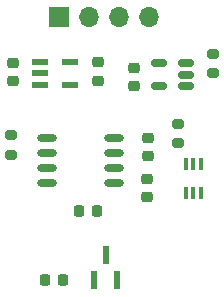
<source format=gbr>
G04 #@! TF.GenerationSoftware,KiCad,Pcbnew,8.0.1*
G04 #@! TF.CreationDate,2025-02-25T23:30:01-07:00*
G04 #@! TF.ProjectId,Temperature_Flex,54656d70-6572-4617-9475-72655f466c65,rev?*
G04 #@! TF.SameCoordinates,Original*
G04 #@! TF.FileFunction,Soldermask,Top*
G04 #@! TF.FilePolarity,Negative*
%FSLAX46Y46*%
G04 Gerber Fmt 4.6, Leading zero omitted, Abs format (unit mm)*
G04 Created by KiCad (PCBNEW 8.0.1) date 2025-02-25 23:30:01*
%MOMM*%
%LPD*%
G01*
G04 APERTURE LIST*
G04 Aperture macros list*
%AMRoundRect*
0 Rectangle with rounded corners*
0 $1 Rounding radius*
0 $2 $3 $4 $5 $6 $7 $8 $9 X,Y pos of 4 corners*
0 Add a 4 corners polygon primitive as box body*
4,1,4,$2,$3,$4,$5,$6,$7,$8,$9,$2,$3,0*
0 Add four circle primitives for the rounded corners*
1,1,$1+$1,$2,$3*
1,1,$1+$1,$4,$5*
1,1,$1+$1,$6,$7*
1,1,$1+$1,$8,$9*
0 Add four rect primitives between the rounded corners*
20,1,$1+$1,$2,$3,$4,$5,0*
20,1,$1+$1,$4,$5,$6,$7,0*
20,1,$1+$1,$6,$7,$8,$9,0*
20,1,$1+$1,$8,$9,$2,$3,0*%
G04 Aperture macros list end*
%ADD10R,0.449999X1.050000*%
%ADD11RoundRect,0.225000X-0.250000X0.225000X-0.250000X-0.225000X0.250000X-0.225000X0.250000X0.225000X0*%
%ADD12R,0.609600X1.625600*%
%ADD13RoundRect,0.200000X-0.275000X0.200000X-0.275000X-0.200000X0.275000X-0.200000X0.275000X0.200000X0*%
%ADD14RoundRect,0.225000X-0.225000X-0.250000X0.225000X-0.250000X0.225000X0.250000X-0.225000X0.250000X0*%
%ADD15O,1.649999X0.650001*%
%ADD16RoundRect,0.200000X0.275000X-0.200000X0.275000X0.200000X-0.275000X0.200000X-0.275000X-0.200000X0*%
%ADD17R,1.320800X0.508000*%
%ADD18RoundRect,0.225000X0.250000X-0.225000X0.250000X0.225000X-0.250000X0.225000X-0.250000X-0.225000X0*%
%ADD19R,1.700000X1.700000*%
%ADD20O,1.700000X1.700000*%
%ADD21RoundRect,0.150000X0.512500X0.150000X-0.512500X0.150000X-0.512500X-0.150000X0.512500X-0.150000X0*%
G04 APERTURE END LIST*
D10*
X198080000Y-67120001D03*
X198730001Y-67120001D03*
X199380000Y-67120001D03*
X199380000Y-64670001D03*
X198730001Y-64670001D03*
X198080000Y-64670001D03*
D11*
X190640000Y-56080000D03*
X190640000Y-57630000D03*
D12*
X190340040Y-74540000D03*
X192239960Y-74540000D03*
X191290000Y-72406400D03*
D13*
X183280000Y-62270000D03*
X183280000Y-63920000D03*
D14*
X186150000Y-74550000D03*
X187700000Y-74550000D03*
D15*
X186320000Y-62490000D03*
X186320000Y-63760000D03*
X186320000Y-65030000D03*
X186320000Y-66300000D03*
X191969999Y-66300000D03*
X191969999Y-65030000D03*
X191969999Y-63760000D03*
X191969999Y-62490000D03*
D16*
X200400000Y-57020000D03*
X200400000Y-55370000D03*
D13*
X197460000Y-61280000D03*
X197460000Y-62930000D03*
D17*
X185720000Y-56070000D03*
X185720000Y-57020001D03*
X185720000Y-57970002D03*
X188310800Y-57970002D03*
X188310800Y-56070000D03*
D18*
X194830000Y-67490000D03*
X194830000Y-65940000D03*
D11*
X193700000Y-56540000D03*
X193700000Y-58090000D03*
D19*
X187380000Y-52260000D03*
D20*
X189920000Y-52260000D03*
X192460000Y-52260000D03*
X195000000Y-52260000D03*
D21*
X198095000Y-58080000D03*
X198095000Y-57130000D03*
X198095000Y-56180000D03*
X195820000Y-56180000D03*
X195820000Y-58080000D03*
D11*
X194910000Y-62460000D03*
X194910000Y-64010000D03*
D14*
X189050000Y-68680000D03*
X190600000Y-68680000D03*
D11*
X183460000Y-56110000D03*
X183460000Y-57660000D03*
M02*

</source>
